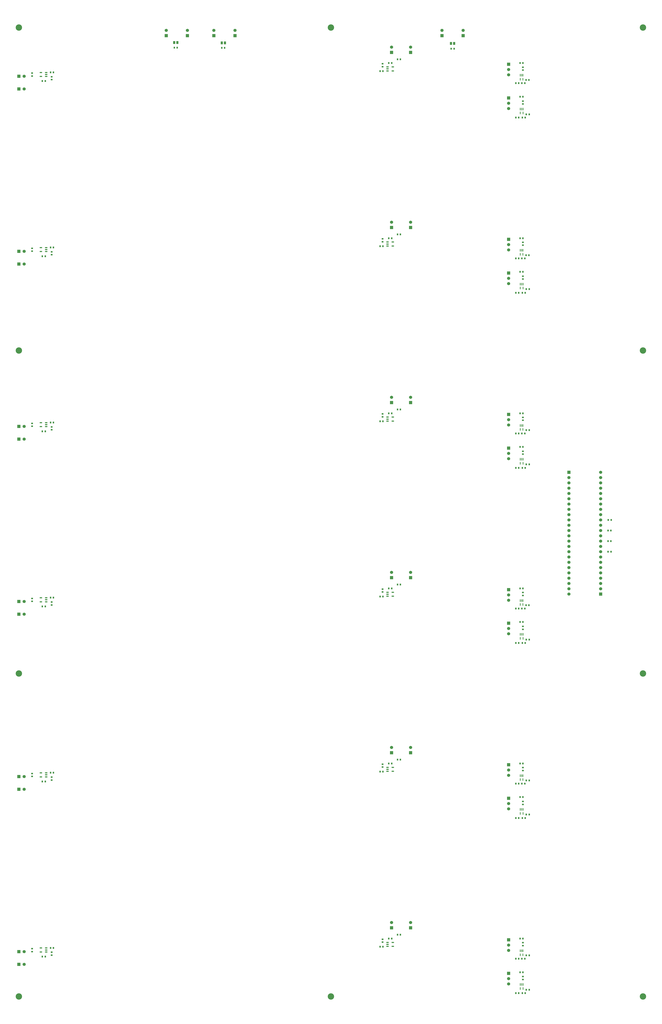
<source format=gbr>
%TF.GenerationSoftware,Altium Limited,Altium Designer,22.9.1 (49)*%
G04 Layer_Color=255*
%FSLAX45Y45*%
%MOMM*%
%TF.SameCoordinates,19B3199C-24C9-4E42-A554-521A99F5088D*%
%TF.FilePolarity,Positive*%
%TF.FileFunction,Pads,Top*%
%TF.Part,Single*%
G01*
G75*
%TA.AperFunction,SMDPad,CuDef*%
%ADD10R,0.80000X0.90000*%
%ADD11R,1.10000X1.40000*%
%ADD12R,0.90000X0.80000*%
G04:AMPARAMS|DCode=13|XSize=1.21mm|YSize=0.59mm|CornerRadius=0.1475mm|HoleSize=0mm|Usage=FLASHONLY|Rotation=180.000|XOffset=0mm|YOffset=0mm|HoleType=Round|Shape=RoundedRectangle|*
%AMROUNDEDRECTD13*
21,1,1.21000,0.29500,0,0,180.0*
21,1,0.91500,0.59000,0,0,180.0*
1,1,0.29500,-0.45750,0.14750*
1,1,0.29500,0.45750,0.14750*
1,1,0.29500,0.45750,-0.14750*
1,1,0.29500,-0.45750,-0.14750*
%
%ADD13ROUNDEDRECTD13*%
G04:AMPARAMS|DCode=14|XSize=1.19mm|YSize=0.4mm|CornerRadius=0.05mm|HoleSize=0mm|Usage=FLASHONLY|Rotation=270.000|XOffset=0mm|YOffset=0mm|HoleType=Round|Shape=RoundedRectangle|*
%AMROUNDEDRECTD14*
21,1,1.19000,0.30000,0,0,270.0*
21,1,1.09000,0.40000,0,0,270.0*
1,1,0.10000,-0.15000,-0.54500*
1,1,0.10000,-0.15000,0.54500*
1,1,0.10000,0.15000,0.54500*
1,1,0.10000,0.15000,-0.54500*
%
%ADD14ROUNDEDRECTD14*%
%TA.AperFunction,ComponentPad*%
%ADD19R,1.50000X1.50000*%
%ADD20C,1.50000*%
%TA.AperFunction,WasherPad*%
%ADD21C,3.04800*%
%TA.AperFunction,ComponentPad*%
%ADD22R,1.50000X1.50000*%
D10*
X23552000Y48260001D02*
D03*
X23692000D02*
D03*
X27298801Y3111500D02*
D03*
X27158801D02*
D03*
X27298801Y4762500D02*
D03*
X27158801D02*
D03*
X27298801Y11518900D02*
D03*
X27158801D02*
D03*
X27298801Y13157201D02*
D03*
X27158801D02*
D03*
X27286099Y21564600D02*
D03*
X27146100D02*
D03*
X27286099Y38354001D02*
D03*
X27146100D02*
D03*
X27298801Y36728400D02*
D03*
X27158801D02*
D03*
X27298801Y45110400D02*
D03*
X27158801D02*
D03*
X27286099Y46761401D02*
D03*
X27146100D02*
D03*
X27298801Y19913600D02*
D03*
X27158801D02*
D03*
X27298801Y28320999D02*
D03*
X27158801D02*
D03*
X27298801Y29959299D02*
D03*
X27158801D02*
D03*
X10395100Y48310800D02*
D03*
X10255100D02*
D03*
X12674600Y48298099D02*
D03*
X12534600D02*
D03*
X26860199Y3956200D02*
D03*
X27000201D02*
D03*
X26657001Y36553036D02*
D03*
X26797000D02*
D03*
X4311500Y47124771D02*
D03*
X4451500D02*
D03*
X20275700Y47181769D02*
D03*
X20135699D02*
D03*
X4311500Y38724734D02*
D03*
X4451500D02*
D03*
X20275700Y38781735D02*
D03*
X20135699D02*
D03*
X4311500Y30324701D02*
D03*
X4451500D02*
D03*
X20275700Y30381702D02*
D03*
X20135699D02*
D03*
X4311500Y21924667D02*
D03*
X4451500D02*
D03*
X20275700Y21981668D02*
D03*
X20135699D02*
D03*
X4311500Y13524634D02*
D03*
X4451500D02*
D03*
X20275700Y13581635D02*
D03*
X20135699D02*
D03*
X3917800Y4705500D02*
D03*
X4057800D02*
D03*
X4311500Y5124600D02*
D03*
X4451500D02*
D03*
X20275700Y5181600D02*
D03*
X20135699D02*
D03*
X26860199Y5569100D02*
D03*
X27000201D02*
D03*
X26797000Y4603900D02*
D03*
X26657001D02*
D03*
X27089401D02*
D03*
X26949399D02*
D03*
X26797000Y2952900D02*
D03*
X26657001D02*
D03*
X27108301Y2952900D02*
D03*
X26968301D02*
D03*
X20694800Y5569100D02*
D03*
X20554800D02*
D03*
X20973900Y5753100D02*
D03*
X21113901D02*
D03*
X20973900Y47753271D02*
D03*
X21113901D02*
D03*
X3917800Y46705670D02*
D03*
X4057800D02*
D03*
X20694800Y47569269D02*
D03*
X20554800D02*
D03*
X27108301Y44953070D02*
D03*
X26968301D02*
D03*
X26797000Y44953070D02*
D03*
X26657001D02*
D03*
X27089401Y46604071D02*
D03*
X26949399D02*
D03*
X26797000D02*
D03*
X26657001D02*
D03*
X26860199Y45956369D02*
D03*
X27000201D02*
D03*
X26860199Y47569269D02*
D03*
X27000201D02*
D03*
X20973900Y22553168D02*
D03*
X21113901D02*
D03*
X3917800Y21505568D02*
D03*
X4057800D02*
D03*
X20694800Y22369168D02*
D03*
X20554800D02*
D03*
X27108301Y19752968D02*
D03*
X26968301D02*
D03*
X26797000Y19752968D02*
D03*
X26657001D02*
D03*
X27089401Y21403967D02*
D03*
X26949399D02*
D03*
X26797000D02*
D03*
X26657001D02*
D03*
X26860199Y20756268D02*
D03*
X27000201D02*
D03*
X26860199Y22369168D02*
D03*
X27000201D02*
D03*
X20973900Y39353235D02*
D03*
X21113901D02*
D03*
X3917800Y38305637D02*
D03*
X4057800D02*
D03*
X20694800Y39169235D02*
D03*
X20554800D02*
D03*
X27108301Y36553036D02*
D03*
X26968301D02*
D03*
X27089401Y38204037D02*
D03*
X26949399D02*
D03*
X26797000D02*
D03*
X26657001D02*
D03*
X26860199Y37556335D02*
D03*
X27000201D02*
D03*
X26860199Y39169235D02*
D03*
X27000201D02*
D03*
Y30769202D02*
D03*
X26860199D02*
D03*
X27000201Y29156302D02*
D03*
X26860199D02*
D03*
X26657001Y29804001D02*
D03*
X26797000D02*
D03*
X26949399D02*
D03*
X27089401D02*
D03*
X26657001Y28153003D02*
D03*
X26797000D02*
D03*
X26968301Y28153003D02*
D03*
X27108301D02*
D03*
X20554800Y30769202D02*
D03*
X20694800D02*
D03*
X4057800Y29905603D02*
D03*
X3917800D02*
D03*
X21113901Y30953201D02*
D03*
X20973900D02*
D03*
X27000201Y12356234D02*
D03*
X26860199D02*
D03*
X27000201Y13969135D02*
D03*
X26860199D02*
D03*
X20554800Y13969135D02*
D03*
X20694800D02*
D03*
X21113901Y14153134D02*
D03*
X20973900D02*
D03*
X26657001Y13003934D02*
D03*
X26797000D02*
D03*
X26949399D02*
D03*
X27089401D02*
D03*
X26968301Y11352934D02*
D03*
X27108301D02*
D03*
X26657001Y11352934D02*
D03*
X26797000D02*
D03*
X4057800Y13105534D02*
D03*
X3917800D02*
D03*
X31095801Y25654001D02*
D03*
X31235800D02*
D03*
X31083099Y25146001D02*
D03*
X31223099D02*
D03*
X31083099Y24638000D02*
D03*
X31223099D02*
D03*
X31089600Y24130000D02*
D03*
X31229599D02*
D03*
D11*
X23695799Y48514001D02*
D03*
X23545799D02*
D03*
X10401300Y48552100D02*
D03*
X10251300D02*
D03*
X12686100Y48539401D02*
D03*
X12536100D02*
D03*
D12*
X4368800Y4915200D02*
D03*
Y4775200D02*
D03*
X3429000Y4946500D02*
D03*
Y5086500D02*
D03*
X27000201Y5232400D02*
D03*
Y5372400D02*
D03*
Y3606800D02*
D03*
Y3746800D02*
D03*
X20256500Y5397500D02*
D03*
Y5537500D02*
D03*
X3429000Y46946671D02*
D03*
Y47086670D02*
D03*
X4368800Y46915369D02*
D03*
Y46775369D02*
D03*
X20256500Y47397672D02*
D03*
Y47537671D02*
D03*
X27000201Y45606970D02*
D03*
Y45746970D02*
D03*
Y47232571D02*
D03*
Y47372571D02*
D03*
X3429000Y21746568D02*
D03*
Y21886568D02*
D03*
X4368800Y21715268D02*
D03*
Y21575269D02*
D03*
X20256500Y22197568D02*
D03*
Y22337569D02*
D03*
X27000201Y20406868D02*
D03*
Y20546867D02*
D03*
Y22032468D02*
D03*
Y22172469D02*
D03*
X3429000Y38546637D02*
D03*
Y38686636D02*
D03*
X4368800Y38515335D02*
D03*
Y38375336D02*
D03*
X20256500Y38997635D02*
D03*
Y39137637D02*
D03*
X27000201Y37206937D02*
D03*
Y37346936D02*
D03*
Y38832535D02*
D03*
Y38972537D02*
D03*
Y30572501D02*
D03*
Y30432501D02*
D03*
Y28946902D02*
D03*
Y28806903D02*
D03*
X20256500Y30737601D02*
D03*
Y30597601D02*
D03*
X4368800Y29975302D02*
D03*
Y30115302D02*
D03*
X3429000Y30286603D02*
D03*
Y30146603D02*
D03*
X20256500Y13937534D02*
D03*
Y13797534D02*
D03*
X27000201Y13772433D02*
D03*
Y13632434D02*
D03*
Y12146834D02*
D03*
Y12006834D02*
D03*
X3429000Y13486534D02*
D03*
Y13346535D02*
D03*
X4368800Y13175233D02*
D03*
Y13315234D02*
D03*
D13*
X4100600Y4928000D02*
D03*
Y5023000D02*
D03*
Y5118000D02*
D03*
X3849600D02*
D03*
Y4928000D02*
D03*
X20497800Y5384700D02*
D03*
Y5289700D02*
D03*
Y5194700D02*
D03*
X20748801D02*
D03*
Y5384700D02*
D03*
X4100600Y46928171D02*
D03*
Y47023169D02*
D03*
Y47118170D02*
D03*
X3849600D02*
D03*
Y46928171D02*
D03*
X20497800Y47384869D02*
D03*
Y47289871D02*
D03*
Y47194870D02*
D03*
X20748801D02*
D03*
Y47384869D02*
D03*
X4100600Y21728069D02*
D03*
Y21823068D02*
D03*
Y21918068D02*
D03*
X3849600D02*
D03*
Y21728069D02*
D03*
X20497800Y22184769D02*
D03*
Y22089767D02*
D03*
Y21994768D02*
D03*
X20748801D02*
D03*
Y22184769D02*
D03*
X4100600Y38528137D02*
D03*
Y38623135D02*
D03*
Y38718137D02*
D03*
X3849600D02*
D03*
Y38528137D02*
D03*
X20497800Y38984836D02*
D03*
Y38889835D02*
D03*
Y38794836D02*
D03*
X20748801D02*
D03*
Y38984836D02*
D03*
Y30584802D02*
D03*
Y30394803D02*
D03*
X20497800D02*
D03*
Y30489801D02*
D03*
Y30584802D02*
D03*
X3849600Y30128101D02*
D03*
Y30318103D02*
D03*
X4100600D02*
D03*
Y30223102D02*
D03*
Y30128101D02*
D03*
X20748801Y13784734D02*
D03*
Y13594734D02*
D03*
X20497800D02*
D03*
Y13689734D02*
D03*
Y13784734D02*
D03*
X3849600Y13328033D02*
D03*
Y13518034D02*
D03*
X4100600D02*
D03*
Y13423035D02*
D03*
Y13328033D02*
D03*
D14*
X27000201Y4986400D02*
D03*
X26935199D02*
D03*
X26870200D02*
D03*
Y4794400D02*
D03*
X27000201D02*
D03*
X27001700Y3366400D02*
D03*
X26936700D02*
D03*
X26871701D02*
D03*
Y3174400D02*
D03*
X27001700D02*
D03*
Y45366571D02*
D03*
X26936700D02*
D03*
X26871701D02*
D03*
Y45174570D02*
D03*
X27001700D02*
D03*
X27000201Y46986569D02*
D03*
X26935199D02*
D03*
X26870200D02*
D03*
Y46794571D02*
D03*
X27000201D02*
D03*
X27001700Y20166467D02*
D03*
X26936700D02*
D03*
X26871701D02*
D03*
Y19974467D02*
D03*
X27001700D02*
D03*
X27000201Y21786469D02*
D03*
X26935199D02*
D03*
X26870200D02*
D03*
Y21594469D02*
D03*
X27000201D02*
D03*
X27001700Y36966537D02*
D03*
X26936700D02*
D03*
X26871701D02*
D03*
Y36774536D02*
D03*
X27001700D02*
D03*
X27000201Y38586536D02*
D03*
X26935199D02*
D03*
X26870200D02*
D03*
Y38394537D02*
D03*
X27000201D02*
D03*
Y29994501D02*
D03*
X26870200D02*
D03*
Y30186502D02*
D03*
X26935199D02*
D03*
X27000201D02*
D03*
X27001700Y28374503D02*
D03*
X26871701D02*
D03*
Y28566501D02*
D03*
X26936700D02*
D03*
X27001700D02*
D03*
Y11574434D02*
D03*
X26871701D02*
D03*
Y11766434D02*
D03*
X26936700D02*
D03*
X27001700D02*
D03*
X27000201Y13194434D02*
D03*
X26870200D02*
D03*
Y13386433D02*
D03*
X26935199D02*
D03*
X27000201D02*
D03*
D19*
X23114000Y48882300D02*
D03*
X24130000D02*
D03*
X9867900D02*
D03*
X10883900D02*
D03*
X13169901D02*
D03*
X12153900D02*
D03*
X21602699Y6083300D02*
D03*
X26314401Y5511800D02*
D03*
Y3898900D02*
D03*
X20688300Y6083300D02*
D03*
X21602699Y48083469D02*
D03*
Y14483334D02*
D03*
Y22883368D02*
D03*
Y31283401D02*
D03*
Y39683435D02*
D03*
X26314401Y45899069D02*
D03*
Y47511969D02*
D03*
Y20698969D02*
D03*
Y22311868D02*
D03*
Y37499036D02*
D03*
Y39111935D02*
D03*
Y30711902D02*
D03*
Y29099002D02*
D03*
X20688300Y31283401D02*
D03*
X26314401Y13911835D02*
D03*
Y12298934D02*
D03*
X29210001Y27939999D02*
D03*
X20688300Y14483334D02*
D03*
X30734000Y22098000D02*
D03*
X20688300Y22883368D02*
D03*
Y39683435D02*
D03*
Y48083469D02*
D03*
D20*
X23114000Y49136301D02*
D03*
X24130000D02*
D03*
X9867900D02*
D03*
X10883900D02*
D03*
X13169901D02*
D03*
X12153900D02*
D03*
X3048000Y12730734D02*
D03*
Y4330700D02*
D03*
X21602699Y6337300D02*
D03*
X26314401Y5003800D02*
D03*
Y5257800D02*
D03*
Y3390900D02*
D03*
Y3644900D02*
D03*
X20688300Y6337300D02*
D03*
X3048000Y4940300D02*
D03*
Y46330869D02*
D03*
X21602699Y48337469D02*
D03*
Y14737334D02*
D03*
Y23137367D02*
D03*
Y31537402D02*
D03*
Y39937436D02*
D03*
X3048000Y21130768D02*
D03*
Y29530801D02*
D03*
Y37930835D02*
D03*
X26314401Y45391071D02*
D03*
Y45645071D02*
D03*
Y47003970D02*
D03*
Y47257971D02*
D03*
Y20190968D02*
D03*
Y20444968D02*
D03*
Y21803868D02*
D03*
Y22057867D02*
D03*
Y36991037D02*
D03*
Y37245035D02*
D03*
Y38603937D02*
D03*
Y38857935D02*
D03*
Y30457901D02*
D03*
Y30203903D02*
D03*
Y28845001D02*
D03*
Y28591003D02*
D03*
X20688300Y31537402D02*
D03*
X3048000Y30140402D02*
D03*
X26314401Y13657834D02*
D03*
Y13403835D02*
D03*
Y12044934D02*
D03*
Y11790934D02*
D03*
X29210001Y22098000D02*
D03*
Y22352000D02*
D03*
Y22606000D02*
D03*
Y22860001D02*
D03*
Y23114000D02*
D03*
Y23367999D02*
D03*
Y23622000D02*
D03*
Y23875999D02*
D03*
Y24130000D02*
D03*
Y24384000D02*
D03*
Y24638000D02*
D03*
Y24892000D02*
D03*
Y25146001D02*
D03*
Y25400000D02*
D03*
Y25654001D02*
D03*
Y25907999D02*
D03*
Y26162000D02*
D03*
Y26416000D02*
D03*
Y26670001D02*
D03*
Y26923999D02*
D03*
Y27178000D02*
D03*
Y27432001D02*
D03*
Y27685999D02*
D03*
X3048000Y13340334D02*
D03*
X20688300Y14737334D02*
D03*
X30734000Y27939999D02*
D03*
Y27685999D02*
D03*
Y27432001D02*
D03*
Y27178000D02*
D03*
Y26923999D02*
D03*
Y26670001D02*
D03*
Y26416000D02*
D03*
Y26162000D02*
D03*
Y25907999D02*
D03*
Y25654001D02*
D03*
Y25400000D02*
D03*
Y25146001D02*
D03*
Y24892000D02*
D03*
Y24638000D02*
D03*
Y24384000D02*
D03*
Y24130000D02*
D03*
Y23875999D02*
D03*
Y23622000D02*
D03*
Y23367999D02*
D03*
Y23114000D02*
D03*
Y22860001D02*
D03*
Y22606000D02*
D03*
Y22352000D02*
D03*
X20688300Y23137367D02*
D03*
Y39937436D02*
D03*
Y48337469D02*
D03*
X3048000Y21740369D02*
D03*
Y38540436D02*
D03*
Y46940469D02*
D03*
D21*
X32766000Y18288000D02*
D03*
X2794000Y33782001D02*
D03*
X17780000Y2794000D02*
D03*
Y49276001D02*
D03*
X32766000Y33782001D02*
D03*
X2794000Y18288000D02*
D03*
X32766000Y2794000D02*
D03*
Y49276001D02*
D03*
X2794000D02*
D03*
Y2794000D02*
D03*
D22*
Y12730734D02*
D03*
Y4330700D02*
D03*
Y4940300D02*
D03*
Y46330869D02*
D03*
Y21130768D02*
D03*
Y29530801D02*
D03*
Y37930835D02*
D03*
Y30140402D02*
D03*
Y13340334D02*
D03*
Y21740369D02*
D03*
Y38540436D02*
D03*
Y46940469D02*
D03*
%TF.MD5,a46154c771c5d20ee9dac263c38d85f7*%
M02*

</source>
